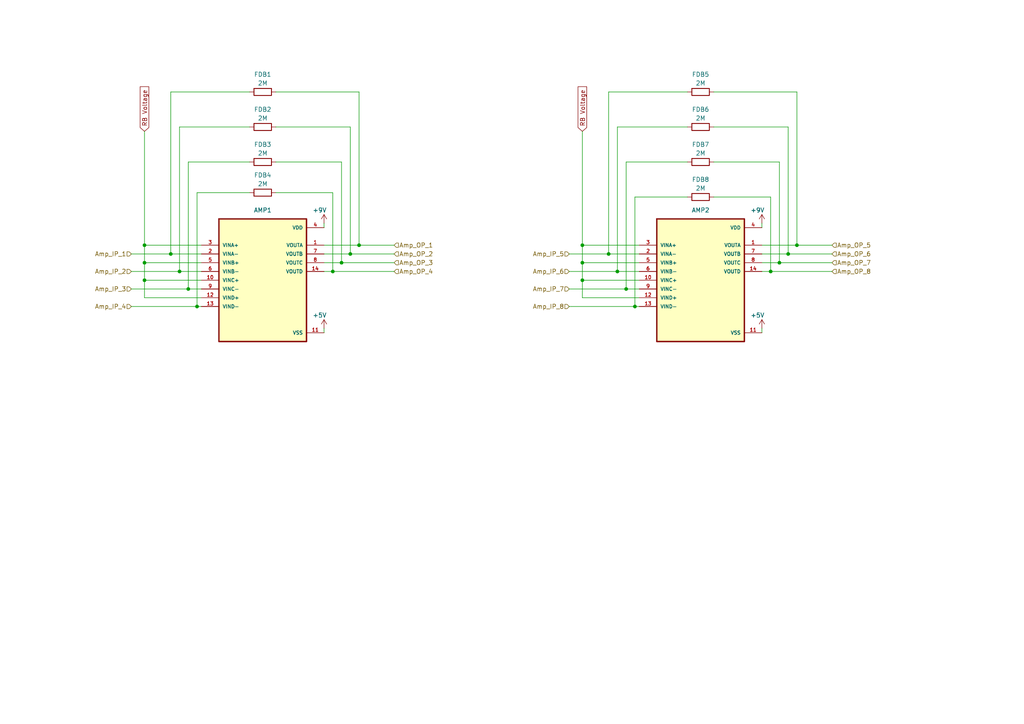
<source format=kicad_sch>
(kicad_sch (version 20211123) (generator eeschema)
  (paper "A4")
  (lib_symbols
    (symbol "Device:R" (pin_numbers hide) (pin_names (offset 0))
      (property "Reference" "R" (at 2.032 0 90))
      (property "Value" "R" (at 0 0 90))
      (symbol "R_0_1"
        (rectangle (start -1.016 -2.54) (end 1.016 2.54) (stroke (width 0.254)))
      )
      (symbol "R_1_1"
        (pin passive line (at 0 3.81 270) (length 1.27) (name "~") (number "1"))
        (pin passive line (at 0 -3.81 90) (length 1.27) (name "~") (number "2"))
      )
    )
    (symbol "Op-Amp:MCP619-I{brace}slash}SL" (pin_names (offset 1.016))
      (property "Reference" "U" (at -12.7 18.7706 0))
      (property "Value" "MCP619-I{brace}slash}SL" (at -12.7 -21.7678 0))
      (symbol "MCP619-I{brace}slash}SL_0_0"
        (rectangle (start -12.7 -17.78) (end 12.7 17.78) (stroke (width 0.4064)) (fill (type background)))
        (pin output line (at 17.78 10.16 180) (length 5.08) (name "VOUTA") (number "1"))
        (pin input line (at -17.78 0 0) (length 5.08) (name "VINC+") (number "10"))
        (pin power_in line (at 17.78 -15.24 180) (length 5.08) (name "VSS") (number "11"))
        (pin input line (at -17.78 -5.08 0) (length 5.08) (name "VIND+") (number "12"))
        (pin input line (at -17.78 -7.62 0) (length 5.08) (name "VIND-") (number "13"))
        (pin output line (at 17.78 2.54 180) (length 5.08) (name "VOUTD") (number "14"))
        (pin input line (at -17.78 7.62 0) (length 5.08) (name "VINA-") (number "2"))
        (pin input line (at -17.78 10.16 0) (length 5.08) (name "VINA+") (number "3"))
        (pin power_in line (at 17.78 15.24 180) (length 5.08) (name "VDD") (number "4"))
        (pin input line (at -17.78 5.08 0) (length 5.08) (name "VINB+") (number "5"))
        (pin input line (at -17.78 2.54 0) (length 5.08) (name "VINB-") (number "6"))
        (pin output line (at 17.78 7.62 180) (length 5.08) (name "VOUTB") (number "7"))
        (pin output line (at 17.78 5.08 180) (length 5.08) (name "VOUTC") (number "8"))
        (pin input line (at -17.78 -2.54 0) (length 5.08) (name "VINC-") (number "9"))
      )
    )
    (symbol "power:+5V" (power) (pin_names (offset 0))
      (property "Value" "+5V" (at 0 3.556 0))
      (symbol "+5V_0_1"
        (polyline (pts (xy -0.762 1.27) (xy 0 2.54)))
        (polyline (pts (xy 0 0) (xy 0 2.54)))
        (polyline (pts (xy 0 2.54) (xy 0.762 1.27)))
      )
      (symbol "+5V_1_1"
        (pin power_in line (at 0 0 90) (length 0) hide (name "+5V") (number "1"))
      )
    )
    (symbol "power:+9V" (power) (pin_names (offset 0))
      (property "Value" "+9V" (at 0 3.556 0))
      (symbol "+9V_0_1"
        (polyline (pts (xy -0.762 1.27) (xy 0 2.54)))
        (polyline (pts (xy 0 0) (xy 0 2.54)))
        (polyline (pts (xy 0 2.54) (xy 0.762 1.27)))
      )
      (symbol "+9V_1_1"
        (pin power_in line (at 0 0 90) (length 0) hide (name "+9V") (number "1"))
      )
    )
  )
  (junction (at 52.07 78.74))
  (junction (at 223.52 78.74))
  (junction (at 49.53 73.66))
  (junction (at 168.91 71.12))
  (junction (at 54.61 83.82))
  (junction (at 99.06 76.2))
  (junction (at 41.91 76.2))
  (junction (at 168.91 76.2))
  (junction (at 41.91 81.28))
  (junction (at 179.07 78.74))
  (junction (at 104.14 71.12))
  (junction (at 226.06 76.2))
  (junction (at 41.91 71.12))
  (junction (at 168.91 81.28))
  (junction (at 231.14 71.12))
  (junction (at 57.15 88.9))
  (junction (at 184.15 88.9))
  (junction (at 176.53 73.66))
  (junction (at 181.61 83.82))
  (junction (at 101.6 73.66))
  (junction (at 228.6 73.66))
  (junction (at 96.52 78.74))
  (wire (pts (xy 52.07 36.83) (xy 52.07 78.74)))
  (wire (pts (xy 54.61 46.99) (xy 54.61 83.82)))
  (wire (pts (xy 99.06 46.99) (xy 99.06 76.2)))
  (wire (pts (xy 57.15 55.88) (xy 57.15 88.9)))
  (wire (pts (xy 199.39 26.67) (xy 176.53 26.67)))
  (wire (pts (xy 165.1 78.74) (xy 179.07 78.74)))
  (wire (pts (xy 184.15 57.15) (xy 184.15 88.9)))
  (wire (pts (xy 96.52 78.74) (xy 114.3 78.74)))
  (wire (pts (xy 96.52 55.88) (xy 96.52 78.74)))
  (wire (pts (xy 223.52 78.74) (xy 241.3 78.74)))
  (wire (pts (xy 199.39 57.15) (xy 184.15 57.15)))
  (wire (pts (xy 165.1 73.66) (xy 176.53 73.66)))
  (wire (pts (xy 38.1 78.74) (xy 52.07 78.74)))
  (wire (pts (xy 41.91 38.1) (xy 41.91 71.12)))
  (wire (pts (xy 168.91 76.2) (xy 185.42 76.2)))
  (wire (pts (xy 220.98 76.2) (xy 226.06 76.2)))
  (wire (pts (xy 57.15 88.9) (xy 58.42 88.9)))
  (wire (pts (xy 49.53 73.66) (xy 58.42 73.66)))
  (wire (pts (xy 228.6 73.66) (xy 241.3 73.66)))
  (wire (pts (xy 58.42 81.28) (xy 41.91 81.28)))
  (wire (pts (xy 176.53 73.66) (xy 185.42 73.66)))
  (wire (pts (xy 38.1 73.66) (xy 49.53 73.66)))
  (wire (pts (xy 168.91 81.28) (xy 168.91 76.2)))
  (wire (pts (xy 104.14 71.12) (xy 114.3 71.12)))
  (wire (pts (xy 93.98 71.12) (xy 104.14 71.12)))
  (wire (pts (xy 220.98 78.74) (xy 223.52 78.74)))
  (wire (pts (xy 52.07 78.74) (xy 58.42 78.74)))
  (wire (pts (xy 231.14 71.12) (xy 241.3 71.12)))
  (wire (pts (xy 41.91 76.2) (xy 58.42 76.2)))
  (wire (pts (xy 41.91 71.12) (xy 58.42 71.12)))
  (wire (pts (xy 80.01 36.83) (xy 101.6 36.83)))
  (wire (pts (xy 165.1 88.9) (xy 184.15 88.9)))
  (wire (pts (xy 38.1 88.9) (xy 57.15 88.9)))
  (wire (pts (xy 58.42 86.36) (xy 41.91 86.36)))
  (wire (pts (xy 220.98 71.12) (xy 231.14 71.12)))
  (wire (pts (xy 207.01 26.67) (xy 231.14 26.67)))
  (wire (pts (xy 223.52 57.15) (xy 223.52 78.74)))
  (wire (pts (xy 93.98 73.66) (xy 101.6 73.66)))
  (wire (pts (xy 220.98 73.66) (xy 228.6 73.66)))
  (wire (pts (xy 93.98 66.04) (xy 93.98 64.77)))
  (wire (pts (xy 72.39 36.83) (xy 52.07 36.83)))
  (wire (pts (xy 93.98 76.2) (xy 99.06 76.2)))
  (wire (pts (xy 181.61 46.99) (xy 181.61 83.82)))
  (wire (pts (xy 168.91 71.12) (xy 185.42 71.12)))
  (wire (pts (xy 80.01 26.67) (xy 104.14 26.67)))
  (wire (pts (xy 168.91 86.36) (xy 168.91 81.28)))
  (wire (pts (xy 184.15 88.9) (xy 185.42 88.9)))
  (wire (pts (xy 168.91 71.12) (xy 168.91 76.2)))
  (wire (pts (xy 179.07 36.83) (xy 179.07 78.74)))
  (wire (pts (xy 220.98 66.04) (xy 220.98 64.77)))
  (wire (pts (xy 72.39 46.99) (xy 54.61 46.99)))
  (wire (pts (xy 49.53 73.66) (xy 49.53 26.67)))
  (wire (pts (xy 207.01 57.15) (xy 223.52 57.15)))
  (wire (pts (xy 80.01 46.99) (xy 99.06 46.99)))
  (wire (pts (xy 80.01 55.88) (xy 96.52 55.88)))
  (wire (pts (xy 104.14 26.67) (xy 104.14 71.12)))
  (wire (pts (xy 93.98 78.74) (xy 96.52 78.74)))
  (wire (pts (xy 41.91 71.12) (xy 41.91 76.2)))
  (wire (pts (xy 207.01 46.99) (xy 226.06 46.99)))
  (wire (pts (xy 54.61 83.82) (xy 58.42 83.82)))
  (wire (pts (xy 165.1 83.82) (xy 181.61 83.82)))
  (wire (pts (xy 101.6 73.66) (xy 114.3 73.66)))
  (wire (pts (xy 220.98 96.52) (xy 220.98 95.25)))
  (wire (pts (xy 176.53 26.67) (xy 176.53 73.66)))
  (wire (pts (xy 41.91 81.28) (xy 41.91 76.2)))
  (wire (pts (xy 228.6 36.83) (xy 228.6 73.66)))
  (wire (pts (xy 231.14 26.67) (xy 231.14 71.12)))
  (wire (pts (xy 226.06 46.99) (xy 226.06 76.2)))
  (wire (pts (xy 93.98 96.52) (xy 93.98 95.25)))
  (wire (pts (xy 179.07 78.74) (xy 185.42 78.74)))
  (wire (pts (xy 41.91 86.36) (xy 41.91 81.28)))
  (wire (pts (xy 99.06 76.2) (xy 114.3 76.2)))
  (wire (pts (xy 38.1 83.82) (xy 54.61 83.82)))
  (wire (pts (xy 181.61 83.82) (xy 185.42 83.82)))
  (wire (pts (xy 207.01 36.83) (xy 228.6 36.83)))
  (wire (pts (xy 185.42 81.28) (xy 168.91 81.28)))
  (wire (pts (xy 199.39 46.99) (xy 181.61 46.99)))
  (wire (pts (xy 72.39 55.88) (xy 57.15 55.88)))
  (wire (pts (xy 101.6 36.83) (xy 101.6 73.66)))
  (wire (pts (xy 168.91 38.1) (xy 168.91 71.12)))
  (wire (pts (xy 199.39 36.83) (xy 179.07 36.83)))
  (wire (pts (xy 226.06 76.2) (xy 241.3 76.2)))
  (wire (pts (xy 49.53 26.67) (xy 72.39 26.67)))
  (wire (pts (xy 185.42 86.36) (xy 168.91 86.36)))
  (global_label "RB Voltage" (shape input) (at 168.91 38.1 90) (property "Intersheet References" "${INTERSHEET_REFS}" (effects hide)))
  (global_label "RB Voltage" (shape input) (at 41.91 38.1 90) (property "Intersheet References" "${INTERSHEET_REFS}" (effects hide)))
  (hierarchical_label "Amp_OP_4" (shape input) (at 114.3 78.74 0))
  (hierarchical_label "Amp_IP_5" (shape input) (at 165.1 73.66 180))
  (hierarchical_label "Amp_IP_6" (shape input) (at 165.1 78.74 180))
  (hierarchical_label "Amp_IP_3" (shape input) (at 38.1 83.82 180))
  (hierarchical_label "Amp_IP_8" (shape input) (at 165.1 88.9 180))
  (hierarchical_label "Amp_IP_1" (shape input) (at 38.1 73.66 180))
  (hierarchical_label "Amp_OP_5" (shape input) (at 241.3 71.12 0))
  (hierarchical_label "Amp_IP_2" (shape input) (at 38.1 78.74 180))
  (hierarchical_label "Amp_IP_4" (shape input) (at 38.1 88.9 180))
  (hierarchical_label "Amp_OP_3" (shape input) (at 114.3 76.2 0))
  (hierarchical_label "Amp_OP_1" (shape input) (at 114.3 71.12 0))
  (hierarchical_label "Amp_OP_2" (shape input) (at 114.3 73.66 0))
  (hierarchical_label "Amp_IP_7" (shape input) (at 165.1 83.82 180))
  (hierarchical_label "Amp_OP_6" (shape input) (at 241.3 73.66 0))
  (hierarchical_label "Amp_OP_7" (shape input) (at 241.3 76.2 0))
  (hierarchical_label "Amp_OP_8" (shape input) (at 241.3 78.74 0))
  (symbol (lib_id "Device:R") (at 76.2 36.83 270) (unit 1)
    (property "Reference" "FDB2" (at 76.2 31.75 90))
    (property "Value" "2M" (at 76.2 34.29 90))
    (property "Footprint" "Resistor 1608Metric:Resistor - SMD - 1608Metric" (effects hide))
  )
  (symbol (lib_id "Device:R") (at 203.2 46.99 270) (unit 1)
    (property "Reference" "FDB7" (at 203.2 41.91 90))
    (property "Value" "2M" (at 203.2 44.45 90))
    (property "Footprint" "Resistor 1608Metric:Resistor - SMD - 1608Metric" (effects hide))
  )
  (symbol (lib_id "Device:R") (at 203.2 36.83 270) (unit 1)
    (property "Reference" "FDB6" (at 203.2 31.75 90))
    (property "Value" "2M" (at 203.2 34.29 90))
    (property "Footprint" "Resistor 1608Metric:Resistor - SMD - 1608Metric" (effects hide))
  )
  (symbol (lib_id "power:+5V") (at 220.98 95.25 0) (unit 1)
    (property "Reference" "#PWR0101" (effects hide))
    (property "Value" "+5V" (at 219.71 91.44 0))
  )
  (symbol (lib_id "power:+9V") (at 93.98 64.77 0) (unit 1)
    (property "Reference" "#PWR0103" (effects hide))
    (property "Value" "+9V" (at 92.71 60.96 0))
  )
  (symbol (lib_id "Device:R") (at 203.2 26.67 270) (unit 1)
    (property "Reference" "FDB5" (at 203.2 21.59 90))
    (property "Value" "2M" (at 203.2 24.13 90))
    (property "Footprint" "Resistor 1608Metric:Resistor - SMD - 1608Metric" (effects hide))
  )
  (symbol (lib_id "Device:R") (at 76.2 26.67 270) (unit 1)
    (property "Reference" "FDB1" (at 76.2 21.59 90))
    (property "Value" "2M" (at 76.2 24.13 90))
    (property "Footprint" "Resistor 1608Metric:Resistor - SMD - 1608Metric" (effects hide))
  )
  (symbol (lib_id "power:+5V") (at 93.98 95.25 0) (unit 1)
    (property "Reference" "#PWR0104" (effects hide))
    (property "Value" "+5V" (at 92.71 91.44 0))
  )
  (symbol (lib_id "Op-Amp:MCP619-I{brace}slash}SL") (at 76.2 81.28 0) (unit 1)
    (property "Reference" "AMP1" (at 76.2 60.96 0))
    (property "Value" "MCP619-I{slash}SL" (effects hide))
    (property "Footprint" "Op-Amp:footprints" (effects hide))
  )
  (symbol (lib_id "Device:R") (at 76.2 55.88 270) (unit 1)
    (property "Reference" "FDB4" (at 76.2 50.8 90))
    (property "Value" "2M" (at 76.2 53.34 90))
    (property "Footprint" "Resistor 1608Metric:Resistor - SMD - 1608Metric" (effects hide))
  )
  (symbol (lib_id "Op-Amp:MCP619-I{brace}slash}SL") (at 203.2 81.28 0) (unit 1)
    (property "Reference" "AMP2" (at 203.2 60.96 0))
    (property "Value" "MCP619-I{slash}SL" (effects hide))
    (property "Footprint" "Op-Amp:footprints" (effects hide))
  )
  (symbol (lib_id "Device:R") (at 203.2 57.15 270) (unit 1)
    (property "Reference" "FDB8" (at 203.2 52.07 90))
    (property "Value" "2M" (at 203.2 54.61 90))
    (property "Footprint" "Resistor 1608Metric:Resistor - SMD - 1608Metric" (effects hide))
  )
  (symbol (lib_id "power:+9V") (at 220.98 64.77 0) (unit 1)
    (property "Reference" "#PWR0102" (effects hide))
    (property "Value" "+9V" (at 219.71 60.96 0))
  )
  (symbol (lib_id "Device:R") (at 76.2 46.99 270) (unit 1)
    (property "Reference" "FDB3" (at 76.2 41.91 90))
    (property "Value" "2M" (at 76.2 44.45 90))
    (property "Footprint" "Resistor 1608Metric:Resistor - SMD - 1608Metric" (effects hide))
  )
)
</source>
